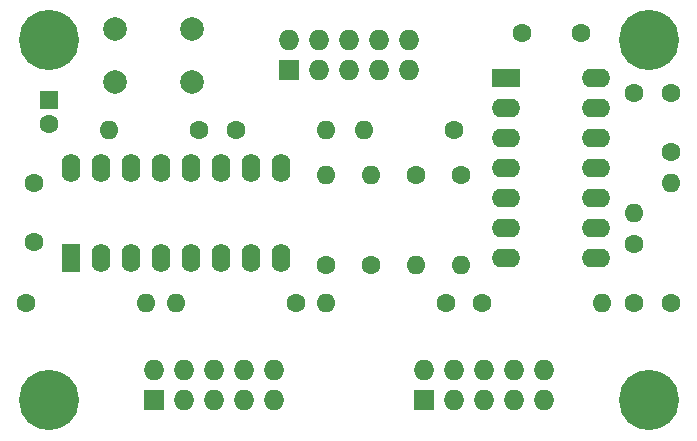
<source format=gbs>
G04 #@! TF.GenerationSoftware,KiCad,Pcbnew,(5.1.8)-1*
G04 #@! TF.CreationDate,2022-05-22T17:32:25+02:00*
G04 #@! TF.ProjectId,Amiga CD32,416d6967-6120-4434-9433-322e6b696361,rev?*
G04 #@! TF.SameCoordinates,Original*
G04 #@! TF.FileFunction,Soldermask,Bot*
G04 #@! TF.FilePolarity,Negative*
%FSLAX46Y46*%
G04 Gerber Fmt 4.6, Leading zero omitted, Abs format (unit mm)*
G04 Created by KiCad (PCBNEW (5.1.8)-1) date 2022-05-22 17:32:25*
%MOMM*%
%LPD*%
G01*
G04 APERTURE LIST*
%ADD10O,1.600000X1.600000*%
%ADD11C,1.600000*%
%ADD12R,2.400000X1.600000*%
%ADD13O,2.400000X1.600000*%
%ADD14R,1.600000X1.600000*%
%ADD15R,1.600000X2.400000*%
%ADD16O,1.600000X2.400000*%
%ADD17O,1.727200X1.727200*%
%ADD18R,1.727200X1.727200*%
%ADD19C,2.000000*%
%ADD20C,5.100000*%
G04 APERTURE END LIST*
D10*
X165608000Y-99695000D03*
D11*
X155448000Y-99695000D03*
D10*
X142240000Y-99695000D03*
D11*
X152400000Y-99695000D03*
D10*
X123825000Y-85090000D03*
D11*
X131445000Y-85090000D03*
D10*
X146050000Y-88900000D03*
D11*
X146050000Y-96520000D03*
D10*
X145415000Y-85090000D03*
D11*
X153035000Y-85090000D03*
D10*
X153670000Y-96520000D03*
D11*
X153670000Y-88900000D03*
D10*
X142240000Y-85090000D03*
D11*
X134620000Y-85090000D03*
D10*
X149860000Y-96520000D03*
D11*
X149860000Y-88900000D03*
D10*
X127000000Y-99695000D03*
D11*
X116840000Y-99695000D03*
D10*
X129540000Y-99695000D03*
D11*
X139700000Y-99695000D03*
D10*
X171450000Y-89535000D03*
D11*
X171450000Y-99695000D03*
X171450000Y-81915000D03*
X171450000Y-86915000D03*
D12*
X157480000Y-80645000D03*
D13*
X165100000Y-95885000D03*
X157480000Y-83185000D03*
X165100000Y-93345000D03*
X157480000Y-85725000D03*
X165100000Y-90805000D03*
X157480000Y-88265000D03*
X165100000Y-88265000D03*
X157480000Y-90805000D03*
X165100000Y-85725000D03*
X157480000Y-93345000D03*
X165100000Y-83185000D03*
X157480000Y-95885000D03*
X165100000Y-80645000D03*
D14*
X118745000Y-82550000D03*
D11*
X118745000Y-84550000D03*
D15*
X120650000Y-95885000D03*
D16*
X138430000Y-88265000D03*
X123190000Y-95885000D03*
X135890000Y-88265000D03*
X125730000Y-95885000D03*
X133350000Y-88265000D03*
X128270000Y-95885000D03*
X130810000Y-88265000D03*
X130810000Y-95885000D03*
X128270000Y-88265000D03*
X133350000Y-95885000D03*
X125730000Y-88265000D03*
X135890000Y-95885000D03*
X123190000Y-88265000D03*
X138430000Y-95885000D03*
X120650000Y-88265000D03*
D11*
X168275000Y-94695000D03*
X168275000Y-99695000D03*
X117475000Y-94535000D03*
X117475000Y-89535000D03*
X168275000Y-81915000D03*
D10*
X168275000Y-92075000D03*
D17*
X149225000Y-77470000D03*
X146685000Y-77470000D03*
X144145000Y-77470000D03*
X141605000Y-77470000D03*
X139065000Y-77470000D03*
X149225000Y-80010000D03*
X146685000Y-80010000D03*
X144145000Y-80010000D03*
X141605000Y-80010000D03*
D18*
X139065000Y-80010000D03*
D17*
X160655000Y-105410000D03*
X158115000Y-105410000D03*
X155575000Y-105410000D03*
X153035000Y-105410000D03*
X150495000Y-105410000D03*
X160655000Y-107950000D03*
X158115000Y-107950000D03*
X155575000Y-107950000D03*
X153035000Y-107950000D03*
D18*
X150495000Y-107950000D03*
D11*
X163830000Y-76835000D03*
X158830000Y-76835000D03*
D18*
X127635000Y-107950000D03*
D17*
X130175000Y-107950000D03*
X132715000Y-107950000D03*
X135255000Y-107950000D03*
X137795000Y-107950000D03*
X127635000Y-105410000D03*
X130175000Y-105410000D03*
X132715000Y-105410000D03*
X135255000Y-105410000D03*
X137795000Y-105410000D03*
D19*
X124385000Y-80990000D03*
X124385000Y-76490000D03*
X130885000Y-80990000D03*
X130885000Y-76490000D03*
D20*
X118745000Y-107950000D03*
X169545000Y-107950000D03*
X169545000Y-77470000D03*
X118745000Y-77455001D03*
D11*
X142240000Y-96520000D03*
D10*
X142240000Y-88900000D03*
M02*

</source>
